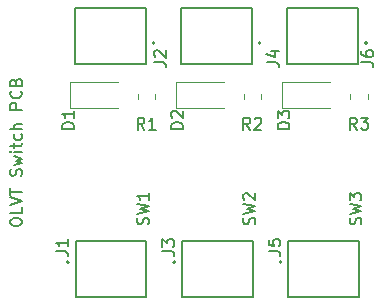
<source format=gbr>
%TF.GenerationSoftware,KiCad,Pcbnew,(6.0.4)*%
%TF.CreationDate,2023-03-31T12:06:15-04:00*%
%TF.ProjectId,switches,73776974-6368-4657-932e-6b696361645f,rev?*%
%TF.SameCoordinates,Original*%
%TF.FileFunction,Legend,Top*%
%TF.FilePolarity,Positive*%
%FSLAX46Y46*%
G04 Gerber Fmt 4.6, Leading zero omitted, Abs format (unit mm)*
G04 Created by KiCad (PCBNEW (6.0.4)) date 2023-03-31 12:06:15*
%MOMM*%
%LPD*%
G01*
G04 APERTURE LIST*
%ADD10C,0.150000*%
%ADD11C,0.120000*%
%ADD12C,0.200000*%
%ADD13C,0.127000*%
G04 APERTURE END LIST*
D10*
X147986380Y-72351190D02*
X147986380Y-72160714D01*
X148034000Y-72065476D01*
X148129238Y-71970238D01*
X148319714Y-71922619D01*
X148653047Y-71922619D01*
X148843523Y-71970238D01*
X148938761Y-72065476D01*
X148986380Y-72160714D01*
X148986380Y-72351190D01*
X148938761Y-72446428D01*
X148843523Y-72541666D01*
X148653047Y-72589285D01*
X148319714Y-72589285D01*
X148129238Y-72541666D01*
X148034000Y-72446428D01*
X147986380Y-72351190D01*
X148986380Y-71017857D02*
X148986380Y-71494047D01*
X147986380Y-71494047D01*
X147986380Y-70827380D02*
X148986380Y-70494047D01*
X147986380Y-70160714D01*
X147986380Y-69970238D02*
X147986380Y-69398809D01*
X148986380Y-69684523D02*
X147986380Y-69684523D01*
X148938761Y-68351190D02*
X148986380Y-68208333D01*
X148986380Y-67970238D01*
X148938761Y-67875000D01*
X148891142Y-67827380D01*
X148795904Y-67779761D01*
X148700666Y-67779761D01*
X148605428Y-67827380D01*
X148557809Y-67875000D01*
X148510190Y-67970238D01*
X148462571Y-68160714D01*
X148414952Y-68255952D01*
X148367333Y-68303571D01*
X148272095Y-68351190D01*
X148176857Y-68351190D01*
X148081619Y-68303571D01*
X148034000Y-68255952D01*
X147986380Y-68160714D01*
X147986380Y-67922619D01*
X148034000Y-67779761D01*
X148319714Y-67446428D02*
X148986380Y-67255952D01*
X148510190Y-67065476D01*
X148986380Y-66875000D01*
X148319714Y-66684523D01*
X148986380Y-66303571D02*
X148319714Y-66303571D01*
X147986380Y-66303571D02*
X148034000Y-66351190D01*
X148081619Y-66303571D01*
X148034000Y-66255952D01*
X147986380Y-66303571D01*
X148081619Y-66303571D01*
X148319714Y-65970238D02*
X148319714Y-65589285D01*
X147986380Y-65827380D02*
X148843523Y-65827380D01*
X148938761Y-65779761D01*
X148986380Y-65684523D01*
X148986380Y-65589285D01*
X148938761Y-64827380D02*
X148986380Y-64922619D01*
X148986380Y-65113095D01*
X148938761Y-65208333D01*
X148891142Y-65255952D01*
X148795904Y-65303571D01*
X148510190Y-65303571D01*
X148414952Y-65255952D01*
X148367333Y-65208333D01*
X148319714Y-65113095D01*
X148319714Y-64922619D01*
X148367333Y-64827380D01*
X148986380Y-64398809D02*
X147986380Y-64398809D01*
X148986380Y-63970238D02*
X148462571Y-63970238D01*
X148367333Y-64017857D01*
X148319714Y-64113095D01*
X148319714Y-64255952D01*
X148367333Y-64351190D01*
X148414952Y-64398809D01*
X148986380Y-62732142D02*
X147986380Y-62732142D01*
X147986380Y-62351190D01*
X148034000Y-62255952D01*
X148081619Y-62208333D01*
X148176857Y-62160714D01*
X148319714Y-62160714D01*
X148414952Y-62208333D01*
X148462571Y-62255952D01*
X148510190Y-62351190D01*
X148510190Y-62732142D01*
X148891142Y-61160714D02*
X148938761Y-61208333D01*
X148986380Y-61351190D01*
X148986380Y-61446428D01*
X148938761Y-61589285D01*
X148843523Y-61684523D01*
X148748285Y-61732142D01*
X148557809Y-61779761D01*
X148414952Y-61779761D01*
X148224476Y-61732142D01*
X148129238Y-61684523D01*
X148034000Y-61589285D01*
X147986380Y-61446428D01*
X147986380Y-61351190D01*
X148034000Y-61208333D01*
X148081619Y-61160714D01*
X148462571Y-60398809D02*
X148510190Y-60255952D01*
X148557809Y-60208333D01*
X148653047Y-60160714D01*
X148795904Y-60160714D01*
X148891142Y-60208333D01*
X148938761Y-60255952D01*
X148986380Y-60351190D01*
X148986380Y-60732142D01*
X147986380Y-60732142D01*
X147986380Y-60398809D01*
X148034000Y-60303571D01*
X148081619Y-60255952D01*
X148176857Y-60208333D01*
X148272095Y-60208333D01*
X148367333Y-60255952D01*
X148414952Y-60303571D01*
X148462571Y-60398809D01*
X148462571Y-60732142D01*
%TO.C,R1*%
X159367333Y-64427380D02*
X159034000Y-63951190D01*
X158795904Y-64427380D02*
X158795904Y-63427380D01*
X159176857Y-63427380D01*
X159272095Y-63475000D01*
X159319714Y-63522619D01*
X159367333Y-63617857D01*
X159367333Y-63760714D01*
X159319714Y-63855952D01*
X159272095Y-63903571D01*
X159176857Y-63951190D01*
X158795904Y-63951190D01*
X160319714Y-64427380D02*
X159748285Y-64427380D01*
X160034000Y-64427380D02*
X160034000Y-63427380D01*
X159938761Y-63570238D01*
X159843523Y-63665476D01*
X159748285Y-63713095D01*
%TO.C,SW3*%
X177688761Y-72458333D02*
X177736380Y-72315476D01*
X177736380Y-72077380D01*
X177688761Y-71982142D01*
X177641142Y-71934523D01*
X177545904Y-71886904D01*
X177450666Y-71886904D01*
X177355428Y-71934523D01*
X177307809Y-71982142D01*
X177260190Y-72077380D01*
X177212571Y-72267857D01*
X177164952Y-72363095D01*
X177117333Y-72410714D01*
X177022095Y-72458333D01*
X176926857Y-72458333D01*
X176831619Y-72410714D01*
X176784000Y-72363095D01*
X176736380Y-72267857D01*
X176736380Y-72029761D01*
X176784000Y-71886904D01*
X176736380Y-71553571D02*
X177736380Y-71315476D01*
X177022095Y-71125000D01*
X177736380Y-70934523D01*
X176736380Y-70696428D01*
X176736380Y-70410714D02*
X176736380Y-69791666D01*
X177117333Y-70125000D01*
X177117333Y-69982142D01*
X177164952Y-69886904D01*
X177212571Y-69839285D01*
X177307809Y-69791666D01*
X177545904Y-69791666D01*
X177641142Y-69839285D01*
X177688761Y-69886904D01*
X177736380Y-69982142D01*
X177736380Y-70267857D01*
X177688761Y-70363095D01*
X177641142Y-70410714D01*
%TO.C,SW2*%
X168688761Y-72458333D02*
X168736380Y-72315476D01*
X168736380Y-72077380D01*
X168688761Y-71982142D01*
X168641142Y-71934523D01*
X168545904Y-71886904D01*
X168450666Y-71886904D01*
X168355428Y-71934523D01*
X168307809Y-71982142D01*
X168260190Y-72077380D01*
X168212571Y-72267857D01*
X168164952Y-72363095D01*
X168117333Y-72410714D01*
X168022095Y-72458333D01*
X167926857Y-72458333D01*
X167831619Y-72410714D01*
X167784000Y-72363095D01*
X167736380Y-72267857D01*
X167736380Y-72029761D01*
X167784000Y-71886904D01*
X167736380Y-71553571D02*
X168736380Y-71315476D01*
X168022095Y-71125000D01*
X168736380Y-70934523D01*
X167736380Y-70696428D01*
X167831619Y-70363095D02*
X167784000Y-70315476D01*
X167736380Y-70220238D01*
X167736380Y-69982142D01*
X167784000Y-69886904D01*
X167831619Y-69839285D01*
X167926857Y-69791666D01*
X168022095Y-69791666D01*
X168164952Y-69839285D01*
X168736380Y-70410714D01*
X168736380Y-69791666D01*
%TO.C,R3*%
X177367333Y-64427380D02*
X177034000Y-63951190D01*
X176795904Y-64427380D02*
X176795904Y-63427380D01*
X177176857Y-63427380D01*
X177272095Y-63475000D01*
X177319714Y-63522619D01*
X177367333Y-63617857D01*
X177367333Y-63760714D01*
X177319714Y-63855952D01*
X177272095Y-63903571D01*
X177176857Y-63951190D01*
X176795904Y-63951190D01*
X177700666Y-63427380D02*
X178319714Y-63427380D01*
X177986380Y-63808333D01*
X178129238Y-63808333D01*
X178224476Y-63855952D01*
X178272095Y-63903571D01*
X178319714Y-63998809D01*
X178319714Y-64236904D01*
X178272095Y-64332142D01*
X178224476Y-64379761D01*
X178129238Y-64427380D01*
X177843523Y-64427380D01*
X177748285Y-64379761D01*
X177700666Y-64332142D01*
%TO.C,J6*%
X177736380Y-58708333D02*
X178450666Y-58708333D01*
X178593523Y-58755952D01*
X178688761Y-58851190D01*
X178736380Y-58994047D01*
X178736380Y-59089285D01*
X177736380Y-57803571D02*
X177736380Y-57994047D01*
X177784000Y-58089285D01*
X177831619Y-58136904D01*
X177974476Y-58232142D01*
X178164952Y-58279761D01*
X178545904Y-58279761D01*
X178641142Y-58232142D01*
X178688761Y-58184523D01*
X178736380Y-58089285D01*
X178736380Y-57898809D01*
X178688761Y-57803571D01*
X178641142Y-57755952D01*
X178545904Y-57708333D01*
X178307809Y-57708333D01*
X178212571Y-57755952D01*
X178164952Y-57803571D01*
X178117333Y-57898809D01*
X178117333Y-58089285D01*
X178164952Y-58184523D01*
X178212571Y-58232142D01*
X178307809Y-58279761D01*
%TO.C,J5*%
X169886380Y-74708333D02*
X170600666Y-74708333D01*
X170743523Y-74755952D01*
X170838761Y-74851190D01*
X170886380Y-74994047D01*
X170886380Y-75089285D01*
X169886380Y-73755952D02*
X169886380Y-74232142D01*
X170362571Y-74279761D01*
X170314952Y-74232142D01*
X170267333Y-74136904D01*
X170267333Y-73898809D01*
X170314952Y-73803571D01*
X170362571Y-73755952D01*
X170457809Y-73708333D01*
X170695904Y-73708333D01*
X170791142Y-73755952D01*
X170838761Y-73803571D01*
X170886380Y-73898809D01*
X170886380Y-74136904D01*
X170838761Y-74232142D01*
X170791142Y-74279761D01*
%TO.C,J4*%
X169736380Y-58708333D02*
X170450666Y-58708333D01*
X170593523Y-58755952D01*
X170688761Y-58851190D01*
X170736380Y-58994047D01*
X170736380Y-59089285D01*
X170069714Y-57803571D02*
X170736380Y-57803571D01*
X169688761Y-58041666D02*
X170403047Y-58279761D01*
X170403047Y-57660714D01*
%TO.C,D1*%
X153386380Y-64363095D02*
X152386380Y-64363095D01*
X152386380Y-64125000D01*
X152434000Y-63982142D01*
X152529238Y-63886904D01*
X152624476Y-63839285D01*
X152814952Y-63791666D01*
X152957809Y-63791666D01*
X153148285Y-63839285D01*
X153243523Y-63886904D01*
X153338761Y-63982142D01*
X153386380Y-64125000D01*
X153386380Y-64363095D01*
X153386380Y-62839285D02*
X153386380Y-63410714D01*
X153386380Y-63125000D02*
X152386380Y-63125000D01*
X152529238Y-63220238D01*
X152624476Y-63315476D01*
X152672095Y-63410714D01*
%TO.C,SW1*%
X159688761Y-72458333D02*
X159736380Y-72315476D01*
X159736380Y-72077380D01*
X159688761Y-71982142D01*
X159641142Y-71934523D01*
X159545904Y-71886904D01*
X159450666Y-71886904D01*
X159355428Y-71934523D01*
X159307809Y-71982142D01*
X159260190Y-72077380D01*
X159212571Y-72267857D01*
X159164952Y-72363095D01*
X159117333Y-72410714D01*
X159022095Y-72458333D01*
X158926857Y-72458333D01*
X158831619Y-72410714D01*
X158784000Y-72363095D01*
X158736380Y-72267857D01*
X158736380Y-72029761D01*
X158784000Y-71886904D01*
X158736380Y-71553571D02*
X159736380Y-71315476D01*
X159022095Y-71125000D01*
X159736380Y-70934523D01*
X158736380Y-70696428D01*
X159736380Y-69791666D02*
X159736380Y-70363095D01*
X159736380Y-70077380D02*
X158736380Y-70077380D01*
X158879238Y-70172619D01*
X158974476Y-70267857D01*
X159022095Y-70363095D01*
%TO.C,J3*%
X160886380Y-74708333D02*
X161600666Y-74708333D01*
X161743523Y-74755952D01*
X161838761Y-74851190D01*
X161886380Y-74994047D01*
X161886380Y-75089285D01*
X160886380Y-74327380D02*
X160886380Y-73708333D01*
X161267333Y-74041666D01*
X161267333Y-73898809D01*
X161314952Y-73803571D01*
X161362571Y-73755952D01*
X161457809Y-73708333D01*
X161695904Y-73708333D01*
X161791142Y-73755952D01*
X161838761Y-73803571D01*
X161886380Y-73898809D01*
X161886380Y-74184523D01*
X161838761Y-74279761D01*
X161791142Y-74327380D01*
%TO.C,R2*%
X168317333Y-64427380D02*
X167984000Y-63951190D01*
X167745904Y-64427380D02*
X167745904Y-63427380D01*
X168126857Y-63427380D01*
X168222095Y-63475000D01*
X168269714Y-63522619D01*
X168317333Y-63617857D01*
X168317333Y-63760714D01*
X168269714Y-63855952D01*
X168222095Y-63903571D01*
X168126857Y-63951190D01*
X167745904Y-63951190D01*
X168698285Y-63522619D02*
X168745904Y-63475000D01*
X168841142Y-63427380D01*
X169079238Y-63427380D01*
X169174476Y-63475000D01*
X169222095Y-63522619D01*
X169269714Y-63617857D01*
X169269714Y-63713095D01*
X169222095Y-63855952D01*
X168650666Y-64427380D01*
X169269714Y-64427380D01*
%TO.C,J2*%
X160186380Y-58708333D02*
X160900666Y-58708333D01*
X161043523Y-58755952D01*
X161138761Y-58851190D01*
X161186380Y-58994047D01*
X161186380Y-59089285D01*
X160281619Y-58279761D02*
X160234000Y-58232142D01*
X160186380Y-58136904D01*
X160186380Y-57898809D01*
X160234000Y-57803571D01*
X160281619Y-57755952D01*
X160376857Y-57708333D01*
X160472095Y-57708333D01*
X160614952Y-57755952D01*
X161186380Y-58327380D01*
X161186380Y-57708333D01*
%TO.C,D3*%
X171636380Y-64363095D02*
X170636380Y-64363095D01*
X170636380Y-64125000D01*
X170684000Y-63982142D01*
X170779238Y-63886904D01*
X170874476Y-63839285D01*
X171064952Y-63791666D01*
X171207809Y-63791666D01*
X171398285Y-63839285D01*
X171493523Y-63886904D01*
X171588761Y-63982142D01*
X171636380Y-64125000D01*
X171636380Y-64363095D01*
X170636380Y-63458333D02*
X170636380Y-62839285D01*
X171017333Y-63172619D01*
X171017333Y-63029761D01*
X171064952Y-62934523D01*
X171112571Y-62886904D01*
X171207809Y-62839285D01*
X171445904Y-62839285D01*
X171541142Y-62886904D01*
X171588761Y-62934523D01*
X171636380Y-63029761D01*
X171636380Y-63315476D01*
X171588761Y-63410714D01*
X171541142Y-63458333D01*
%TO.C,D2*%
X162636380Y-64363095D02*
X161636380Y-64363095D01*
X161636380Y-64125000D01*
X161684000Y-63982142D01*
X161779238Y-63886904D01*
X161874476Y-63839285D01*
X162064952Y-63791666D01*
X162207809Y-63791666D01*
X162398285Y-63839285D01*
X162493523Y-63886904D01*
X162588761Y-63982142D01*
X162636380Y-64125000D01*
X162636380Y-64363095D01*
X161731619Y-63410714D02*
X161684000Y-63363095D01*
X161636380Y-63267857D01*
X161636380Y-63029761D01*
X161684000Y-62934523D01*
X161731619Y-62886904D01*
X161826857Y-62839285D01*
X161922095Y-62839285D01*
X162064952Y-62886904D01*
X162636380Y-63458333D01*
X162636380Y-62839285D01*
%TO.C,J1*%
X151886380Y-74708333D02*
X152600666Y-74708333D01*
X152743523Y-74755952D01*
X152838761Y-74851190D01*
X152886380Y-74994047D01*
X152886380Y-75089285D01*
X152886380Y-73708333D02*
X152886380Y-74279761D01*
X152886380Y-73994047D02*
X151886380Y-73994047D01*
X152029238Y-74089285D01*
X152124476Y-74184523D01*
X152172095Y-74279761D01*
D11*
%TO.C,R1*%
X160269000Y-61397936D02*
X160269000Y-61852064D01*
X158799000Y-61397936D02*
X158799000Y-61852064D01*
%TO.C,R3*%
X176799000Y-61397936D02*
X176799000Y-61852064D01*
X178269000Y-61397936D02*
X178269000Y-61852064D01*
D12*
%TO.C,J6*%
X178216000Y-57100000D02*
G75*
G03*
X178216000Y-57100000I-100000J0D01*
G01*
D13*
X171459000Y-58850000D02*
X177466000Y-58850000D01*
X177466000Y-54150000D02*
X177466000Y-58850000D01*
X171459000Y-54150000D02*
X177466000Y-54150000D01*
X171459000Y-58850000D02*
X171459000Y-54150000D01*
%TO.C,J5*%
X177541000Y-73900000D02*
X177541000Y-78600000D01*
X177541000Y-78600000D02*
X171534000Y-78600000D01*
X177541000Y-73900000D02*
X171534000Y-73900000D01*
X171534000Y-78600000D02*
X171534000Y-73900000D01*
D12*
X170984000Y-75650000D02*
G75*
G03*
X170984000Y-75650000I-100000J0D01*
G01*
D13*
%TO.C,J4*%
X168466000Y-54150000D02*
X168466000Y-58850000D01*
X162459000Y-58850000D02*
X168466000Y-58850000D01*
X162459000Y-54150000D02*
X168466000Y-54150000D01*
X162459000Y-58850000D02*
X162459000Y-54150000D01*
D12*
X169216000Y-57100000D02*
G75*
G03*
X169216000Y-57100000I-100000J0D01*
G01*
D11*
%TO.C,D1*%
X153040000Y-62635000D02*
X157100000Y-62635000D01*
X153040000Y-60365000D02*
X153040000Y-62635000D01*
X157100000Y-60365000D02*
X153040000Y-60365000D01*
D13*
%TO.C,J3*%
X168541000Y-73900000D02*
X168541000Y-78600000D01*
X162534000Y-78600000D02*
X162534000Y-73900000D01*
X168541000Y-73900000D02*
X162534000Y-73900000D01*
X168541000Y-78600000D02*
X162534000Y-78600000D01*
D12*
X161984000Y-75650000D02*
G75*
G03*
X161984000Y-75650000I-100000J0D01*
G01*
D11*
%TO.C,R2*%
X169269000Y-61397936D02*
X169269000Y-61852064D01*
X167799000Y-61397936D02*
X167799000Y-61852064D01*
D13*
%TO.C,J2*%
X153459000Y-58850000D02*
X153459000Y-54150000D01*
X153459000Y-58850000D02*
X159466000Y-58850000D01*
X159466000Y-54150000D02*
X159466000Y-58850000D01*
X153459000Y-54150000D02*
X159466000Y-54150000D01*
D12*
X160216000Y-57100000D02*
G75*
G03*
X160216000Y-57100000I-100000J0D01*
G01*
D11*
%TO.C,D3*%
X171040000Y-60365000D02*
X171040000Y-62635000D01*
X175100000Y-60365000D02*
X171040000Y-60365000D01*
X171040000Y-62635000D02*
X175100000Y-62635000D01*
%TO.C,D2*%
X162040000Y-62635000D02*
X166100000Y-62635000D01*
X166100000Y-60365000D02*
X162040000Y-60365000D01*
X162040000Y-60365000D02*
X162040000Y-62635000D01*
D12*
%TO.C,J1*%
X152984000Y-75650000D02*
G75*
G03*
X152984000Y-75650000I-100000J0D01*
G01*
D13*
X153534000Y-78600000D02*
X153534000Y-73900000D01*
X159541000Y-73900000D02*
X153534000Y-73900000D01*
X159541000Y-73900000D02*
X159541000Y-78600000D01*
X159541000Y-78600000D02*
X153534000Y-78600000D01*
%TD*%
M02*

</source>
